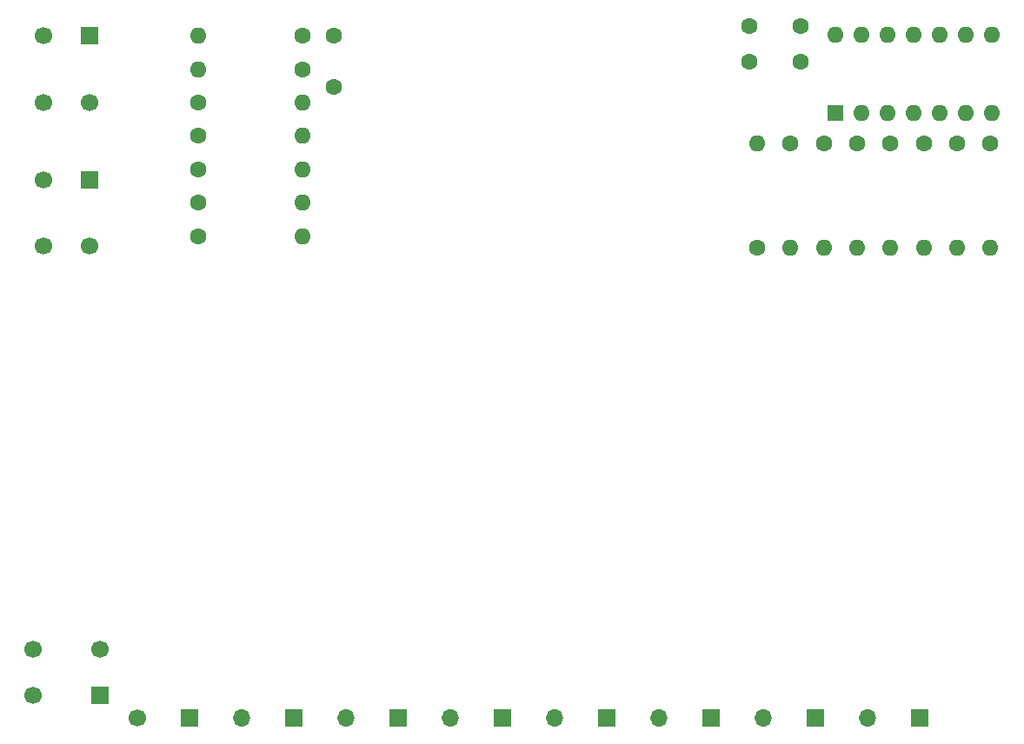
<source format=gbr>
%TF.GenerationSoftware,KiCad,Pcbnew,8.0.1*%
%TF.CreationDate,2024-04-19T02:30:16-04:00*%
%TF.ProjectId,hello-my-name-is,68656c6c-6f2d-46d7-992d-6e616d652d69,rev?*%
%TF.SameCoordinates,Original*%
%TF.FileFunction,Soldermask,Top*%
%TF.FilePolarity,Negative*%
%FSLAX46Y46*%
G04 Gerber Fmt 4.6, Leading zero omitted, Abs format (unit mm)*
G04 Created by KiCad (PCBNEW 8.0.1) date 2024-04-19 02:30:16*
%MOMM*%
%LPD*%
G01*
G04 APERTURE LIST*
%ADD10C,1.600000*%
%ADD11O,1.600000X1.600000*%
%ADD12R,1.700000X1.700000*%
%ADD13C,1.700000*%
%ADD14R,1.600000X1.600000*%
%ADD15O,1.700000X1.700000*%
G04 APERTURE END LIST*
D10*
%TO.C,R15*%
X130000000Y-63000000D03*
D11*
X119840000Y-63000000D03*
%TD*%
D10*
%TO.C,R14*%
X130000000Y-66250000D03*
D11*
X119840000Y-66250000D03*
%TD*%
D10*
%TO.C,R13*%
X119840000Y-72750000D03*
D11*
X130000000Y-72750000D03*
%TD*%
D12*
%TO.C,SW1*%
X109250000Y-77000000D03*
D13*
X109250000Y-83500000D03*
X104750000Y-77000000D03*
X104750000Y-83500000D03*
%TD*%
D10*
%TO.C,R12*%
X174250000Y-83660000D03*
D11*
X174250000Y-73500000D03*
%TD*%
D14*
%TO.C,U1*%
X181875000Y-70550000D03*
D11*
X184415000Y-70550000D03*
X186955000Y-70550000D03*
X189495000Y-70550000D03*
X192035000Y-70550000D03*
X194575000Y-70550000D03*
X197115000Y-70550000D03*
X197115000Y-62930000D03*
X194575000Y-62930000D03*
X192035000Y-62930000D03*
X189495000Y-62930000D03*
X186955000Y-62930000D03*
X184415000Y-62930000D03*
X181875000Y-62930000D03*
%TD*%
D10*
%TO.C,R2*%
X119840000Y-79250000D03*
D11*
X130000000Y-79250000D03*
%TD*%
D10*
%TO.C,R6*%
X190500000Y-73500000D03*
D11*
X190500000Y-83660000D03*
%TD*%
D10*
%TO.C,R5*%
X187250000Y-73500000D03*
D11*
X187250000Y-83660000D03*
%TD*%
D10*
%TO.C,R1*%
X119840000Y-76000000D03*
D11*
X130000000Y-76000000D03*
%TD*%
D10*
%TO.C,R4*%
X119840000Y-82500000D03*
D11*
X130000000Y-82500000D03*
%TD*%
D10*
%TO.C,C3*%
X178500000Y-62000000D03*
X173500000Y-62000000D03*
%TD*%
%TO.C,C2*%
X173500000Y-65500000D03*
X178500000Y-65500000D03*
%TD*%
D12*
%TO.C,SW2*%
X109250000Y-63000000D03*
D13*
X109250000Y-69500000D03*
X104750000Y-63000000D03*
X104750000Y-69500000D03*
%TD*%
%TO.C,J1*%
X113860000Y-129400000D03*
D12*
X118940000Y-129400000D03*
D15*
X124020000Y-129400000D03*
D12*
X129100000Y-129400000D03*
D15*
X134180000Y-129400000D03*
D12*
X139260000Y-129400000D03*
D15*
X144340000Y-129400000D03*
D12*
X149420000Y-129400000D03*
D15*
X154500000Y-129400000D03*
D12*
X159580000Y-129400000D03*
D15*
X164660000Y-129400000D03*
D12*
X169740000Y-129400000D03*
D15*
X174820000Y-129400000D03*
D12*
X179900000Y-129400000D03*
D15*
X184980000Y-129400000D03*
D12*
X190060000Y-129400000D03*
%TD*%
D10*
%TO.C,R11*%
X177500000Y-73500000D03*
D11*
X177500000Y-83660000D03*
%TD*%
D10*
%TO.C,R7*%
X193750000Y-73500000D03*
D11*
X193750000Y-83660000D03*
%TD*%
D10*
%TO.C,R8*%
X197000000Y-73500000D03*
D11*
X197000000Y-83660000D03*
%TD*%
D13*
%TO.C,SW3*%
X103750000Y-122750000D03*
X110250000Y-122750000D03*
X103750000Y-127250000D03*
D12*
X110250000Y-127250000D03*
%TD*%
D10*
%TO.C,R10*%
X180750000Y-73500000D03*
D11*
X180750000Y-83660000D03*
%TD*%
D10*
%TO.C,C1*%
X133000000Y-68000000D03*
X133000000Y-63000000D03*
%TD*%
%TO.C,R9*%
X184000000Y-73500000D03*
D11*
X184000000Y-83660000D03*
%TD*%
D10*
%TO.C,R3*%
X119840000Y-69500000D03*
D11*
X130000000Y-69500000D03*
%TD*%
M02*

</source>
